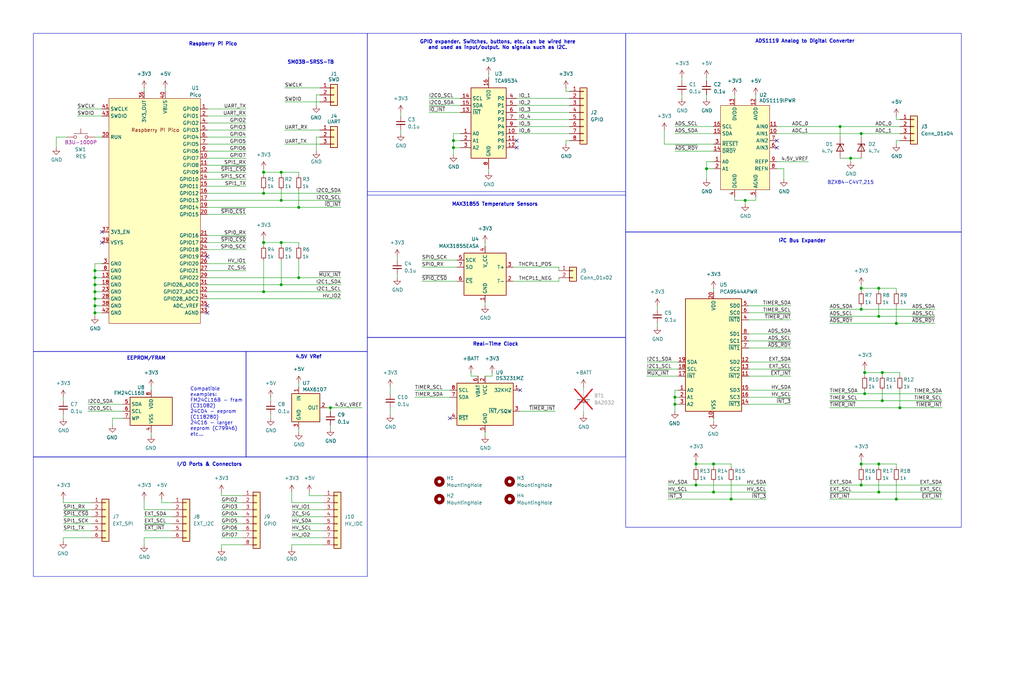
<source format=kicad_sch>
(kicad_sch (version 20231120) (generator "eeschema") (generator_version "8.0")
  (paper "User" 370 250)
  (title_block (title "Axis Control PCB") (date "2024-09-07") (rev "1") (comment 1 "Author: Meigs2"))
  (junction (at 101.6 87.63))
  (junction (at 323.85 180.34))
  (junction (at 312.42 134.62))
  (junction (at 269.24 72.39))
  (junction (at 317.5 114.3))
  (junction (at 311.15 175.26))
  (junction (at 317.5 167.64))
  (junction (at 163.83 50.8))
  (junction (at 95.25 69.85))
  (junction (at 34.29 110.49))
  (junction (at 303.53 45.72))
  (junction (at 317.5 177.8))
  (junction (at 107.95 74.93))
  (junction (at 251.46 167.64))
  (junction (at 95.25 87.63))
  (junction (at 34.29 97.79))
  (junction (at 318.77 144.78))
  (junction (at 101.6 62.23))
  (junction (at 311.15 167.64))
  (junction (at 243.84 146.05))
  (junction (at 312.42 142.24))
  (junction (at 325.12 147.32))
  (junction (at 251.46 175.26))
  (junction (at 323.85 116.84))
  (junction (at 34.29 107.95))
  (junction (at 307.34 57.15))
  (junction (at 107.95 100.33))
  (junction (at 317.5 104.14))
  (junction (at 311.15 48.26))
  (junction (at 311.15 104.14))
  (junction (at 264.16 180.34))
  (junction (at 119.38 147.32))
  (junction (at 318.77 134.62))
  (junction (at 34.29 105.41))
  (junction (at 101.6 102.87))
  (junction (at 255.27 60.96))
  (junction (at 34.29 100.33))
  (junction (at 257.81 177.8))
  (junction (at 257.81 167.64))
  (junction (at 101.6 72.39))
  (junction (at 311.15 111.76))
  (junction (at 243.84 143.51))
  (junction (at 34.29 113.03))
  (junction (at 34.29 102.87))
  (junction (at 95.25 62.23))
  (junction (at 163.83 53.34))
  (junction (at 95.25 105.41))
  (no_connect (at 74.93 92.71))
  (no_connect (at 280.67 53.34))
  (no_connect (at 36.83 83.82))
  (no_connect (at 280.67 50.8))
  (no_connect (at 186.69 53.34))
  (no_connect (at 74.93 113.03))
  (no_connect (at 36.83 87.63))
  (no_connect (at 162.56 151.13))
  (no_connect (at 186.69 50.8))
  (no_connect (at 187.96 140.97))
  (no_connect (at 74.93 110.49))
  (wire (pts (xy 34.29 49.53) (xy 36.83 49.53)))
  (wire (pts (xy 177.8 135.89) (xy 175.26 135.89)))
  (wire (pts (xy 285.75 120.65) (xy 270.51 120.65)))
  (wire (pts (xy 163.83 48.26) (xy 163.83 50.8)))
  (wire (pts (xy 245.11 143.51) (xy 243.84 143.51)))
  (wire (pts (xy 152.4 93.98) (xy 165.1 93.98)))
  (wire (pts (xy 311.15 168.91) (xy 311.15 167.64)))
  (wire (pts (xy 52.07 186.69) (xy 62.23 186.69)))
  (wire (pts (xy 152.4 101.6) (xy 165.1 101.6)))
  (wire (pts (xy 74.93 105.41) (xy 95.25 105.41)))
  (wire (pts (xy 255.27 60.96) (xy 255.27 64.77)))
  (wire (pts (xy 241.3 177.8) (xy 257.81 177.8)))
  (wire (pts (xy 74.93 54.61) (xy 88.9 54.61)))
  (wire (pts (xy 204.47 50.8) (xy 205.74 50.8)))
  (wire (pts (xy 87.63 189.23) (xy 80.01 189.23)))
  (wire (pts (xy 52.07 189.23) (xy 62.23 189.23)))
  (wire (pts (xy 114.3 34.29) (xy 115.57 34.29)))
  (wire (pts (xy 245.11 146.05) (xy 243.84 146.05)))
  (wire (pts (xy 318.77 134.62) (xy 318.77 135.89)))
  (wire (pts (xy 119.38 153.67) (xy 119.38 154.94)))
  (wire (pts (xy 105.41 184.15) (xy 116.84 184.15)))
  (wire (pts (xy 119.38 147.32) (xy 119.38 148.59)))
  (wire (pts (xy 105.41 194.31) (xy 116.84 194.31)))
  (wire (pts (xy 22.86 194.31) (xy 22.86 195.58)))
  (wire (pts (xy 299.72 144.78) (xy 318.77 144.78)))
  (wire (pts (xy 74.93 59.69) (xy 88.9 59.69)))
  (wire (pts (xy 241.3 175.26) (xy 251.46 175.26)))
  (wire (pts (xy 54.61 139.7) (xy 54.61 140.97)))
  (wire (pts (xy 74.93 62.23) (xy 88.9 62.23)))
  (wire (pts (xy 323.85 116.84) (xy 323.85 110.49)))
  (wire (pts (xy 74.93 52.07) (xy 88.9 52.07)))
  (wire (pts (xy 80.01 196.85) (xy 80.01 198.12)))
  (wire (pts (xy 175.26 87.63) (xy 175.26 88.9)))
  (wire (pts (xy 299.72 142.24) (xy 312.42 142.24)))
  (wire (pts (xy 114.3 38.1) (xy 114.3 34.29)))
  (wire (pts (xy 105.41 191.77) (xy 116.84 191.77)))
  (wire (pts (xy 270.51 125.73) (xy 285.75 125.73)))
  (wire (pts (xy 323.85 168.91) (xy 323.85 167.64)))
  (wire (pts (xy 166.37 48.26) (xy 163.83 48.26)))
  (wire (pts (xy 257.81 177.8) (xy 276.86 177.8)))
  (wire (pts (xy 95.25 69.85) (xy 95.25 68.58)))
  (wire (pts (xy 95.25 69.85) (xy 123.19 69.85)))
  (wire (pts (xy 107.95 74.93) (xy 107.95 68.58)))
  (wire (pts (xy 87.63 181.61) (xy 80.01 181.61)))
  (wire (pts (xy 270.51 130.81) (xy 285.75 130.81)))
  (wire (pts (xy 34.29 107.95) (xy 34.29 110.49)))
  (wire (pts (xy 312.42 142.24) (xy 312.42 140.97)))
  (wire (pts (xy 311.15 105.41) (xy 311.15 104.14)))
  (wire (pts (xy 27.94 39.37) (xy 36.83 39.37)))
  (wire (pts (xy 74.93 41.91) (xy 88.9 41.91)))
  (wire (pts (xy 245.11 140.97) (xy 243.84 140.97)))
  (wire (pts (xy 95.25 86.36) (xy 95.25 87.63)))
  (wire (pts (xy 80.01 177.8) (xy 80.01 179.07)))
  (wire (pts (xy 154.94 40.64) (xy 166.37 40.64)))
  (wire (pts (xy 299.72 147.32) (xy 325.12 147.32)))
  (wire (pts (xy 34.29 100.33) (xy 36.83 100.33)))
  (wire (pts (xy 101.6 102.87) (xy 123.19 102.87)))
  (wire (pts (xy 246.38 34.29) (xy 246.38 35.56)))
  (wire (pts (xy 176.53 60.96) (xy 176.53 62.23)))
  (wire (pts (xy 74.93 67.31) (xy 88.9 67.31)))
  (wire (pts (xy 186.69 35.56) (xy 205.74 35.56)))
  (wire (pts (xy 251.46 167.64) (xy 257.81 167.64)))
  (wire (pts (xy 265.43 72.39) (xy 269.24 72.39)))
  (wire (pts (xy 170.18 135.89) (xy 172.72 135.89)))
  (wire (pts (xy 311.15 48.26) (xy 325.12 48.26)))
  (wire (pts (xy 311.15 175.26) (xy 311.15 173.99)))
  (wire (pts (xy 74.93 49.53) (xy 88.9 49.53)))
  (wire (pts (xy 204.47 33.02) (xy 205.74 33.02)))
  (wire (pts (xy 107.95 100.33) (xy 107.95 93.98)))
  (wire (pts (xy 149.86 143.51) (xy 162.56 143.51)))
  (wire (pts (xy 74.93 57.15) (xy 88.9 57.15)))
  (wire (pts (xy 318.77 144.78) (xy 318.77 140.97)))
  (wire (pts (xy 243.84 140.97) (xy 243.84 143.51)))
  (wire (pts (xy 251.46 166.37) (xy 251.46 167.64)))
  (wire (pts (xy 177.8 134.62) (xy 177.8 135.89)))
  (wire (pts (xy 237.49 116.84) (xy 237.49 118.11)))
  (wire (pts (xy 264.16 173.99) (xy 264.16 180.34)))
  (wire (pts (xy 102.87 31.75) (xy 115.57 31.75)))
  (wire (pts (xy 318.77 134.62) (xy 325.12 134.62)))
  (wire (pts (xy 204.47 52.07) (xy 204.47 50.8)))
  (wire (pts (xy 95.25 88.9) (xy 95.25 87.63)))
  (wire (pts (xy 74.93 72.39) (xy 101.6 72.39)))
  (wire (pts (xy 74.93 44.45) (xy 88.9 44.45)))
  (wire (pts (xy 107.95 88.9) (xy 107.95 87.63)))
  (wire (pts (xy 299.72 116.84) (xy 323.85 116.84)))
  (wire (pts (xy 255.27 34.29) (xy 255.27 35.56)))
  (wire (pts (xy 303.53 45.72) (xy 325.12 45.72)))
  (wire (pts (xy 311.15 167.64) (xy 317.5 167.64)))
  (wire (pts (xy 144.78 46.99) (xy 144.78 48.26)))
  (wire (pts (xy 101.6 87.63) (xy 107.95 87.63)))
  (wire (pts (xy 187.96 148.59) (xy 200.66 148.59)))
  (wire (pts (xy 186.69 38.1) (xy 205.74 38.1)))
  (wire (pts (xy 264.16 180.34) (xy 276.86 180.34)))
  (wire (pts (xy 299.72 180.34) (xy 323.85 180.34)))
  (wire (pts (xy 34.29 102.87) (xy 36.83 102.87)))
  (wire (pts (xy 269.24 73.66) (xy 269.24 72.39)))
  (wire (pts (xy 87.63 191.77) (xy 80.01 191.77)))
  (wire (pts (xy 74.93 107.95) (xy 123.19 107.95)))
  (wire (pts (xy 251.46 168.91) (xy 251.46 167.64)))
  (wire (pts (xy 243.84 45.72) (xy 257.81 45.72)))
  (wire (pts (xy 36.83 113.03) (xy 34.29 113.03)))
  (wire (pts (xy 273.05 72.39) (xy 269.24 72.39)))
  (wire (pts (xy 152.4 96.52) (xy 165.1 96.52)))
  (wire (pts (xy 52.07 194.31) (xy 52.07 196.85)))
  (wire (pts (xy 185.42 96.52) (xy 201.93 96.52)))
  (wire (pts (xy 101.6 87.63) (xy 101.6 88.9)))
  (wire (pts (xy 74.93 74.93) (xy 107.95 74.93)))
  (wire (pts (xy 240.03 52.07) (xy 240.03 46.99)))
  (wire (pts (xy 176.53 26.67) (xy 176.53 27.94)))
  (wire (pts (xy 257.81 60.96) (xy 255.27 60.96)))
  (wire (pts (xy 143.51 92.71) (xy 143.51 93.98)))
  (wire (pts (xy 20.32 49.53) (xy 20.32 53.34)))
  (wire (pts (xy 237.49 110.49) (xy 237.49 111.76)))
  (wire (pts (xy 273.05 71.12) (xy 273.05 72.39)))
  (wire (pts (xy 154.94 35.56) (xy 166.37 35.56)))
  (wire (pts (xy 105.41 181.61) (xy 116.84 181.61)))
  (wire (pts (xy 233.68 133.35) (xy 245.11 133.35)))
  (wire (pts (xy 31.75 148.59) (xy 44.45 148.59)))
  (wire (pts (xy 97.79 143.51) (xy 97.79 144.78)))
  (wire (pts (xy 44.45 151.13) (xy 40.64 151.13)))
  (wire (pts (xy 257.81 58.42) (xy 255.27 58.42)))
  (wire (pts (xy 95.25 63.5) (xy 95.25 62.23)))
  (wire (pts (xy 280.67 45.72) (xy 303.53 45.72)))
  (wire (pts (xy 74.93 100.33) (xy 107.95 100.33)))
  (wire (pts (xy 34.29 105.41) (xy 34.29 107.95)))
  (wire (pts (xy 312.42 135.89) (xy 312.42 134.62)))
  (wire (pts (xy 317.5 104.14) (xy 317.5 105.41)))
  (wire (pts (xy 325.12 147.32) (xy 325.12 140.97)))
  (wire (pts (xy 175.26 109.22) (xy 175.26 110.49)))
  (wire (pts (xy 31.75 146.05) (xy 44.45 146.05)))
  (wire (pts (xy 107.95 154.94) (xy 107.95 156.21)))
  (wire (pts (xy 52.07 184.15) (xy 62.23 184.15)))
  (wire (pts (xy 311.15 175.26) (xy 340.36 175.26)))
  (wire (pts (xy 243.84 48.26) (xy 257.81 48.26)))
  (wire (pts (xy 59.69 31.75) (xy 59.69 33.02)))
  (wire (pts (xy 311.15 102.87) (xy 311.15 104.14)))
  (wire (pts (xy 243.84 146.05) (xy 243.84 148.59)))
  (wire (pts (xy 36.83 95.25) (xy 34.29 95.25)))
  (wire (pts (xy 280.67 60.96) (xy 283.21 60.96)))
  (wire (pts (xy 299.72 175.26) (xy 311.15 175.26)))
  (wire (pts (xy 323.85 50.8) (xy 325.12 50.8)))
  (wire (pts (xy 105.41 177.8) (xy 105.41 181.61)))
  (wire (pts (xy 255.27 27.94) (xy 255.27 29.21)))
  (wire (pts (xy 265.43 34.29) (xy 265.43 35.56)))
  (wire (pts (xy 257.81 167.64) (xy 257.81 168.91)))
  (wire (pts (xy 107.95 138.43) (xy 107.95 139.7)))
  (wire (pts (xy 34.29 97.79) (xy 34.29 100.33)))
  (wire (pts (xy 105.41 189.23) (xy 116.84 189.23)))
  (wire (pts (xy 210.82 139.7) (xy 210.82 140.97)))
  (wire (pts (xy 22.86 180.34) (xy 22.86 181.61)))
  (wire (pts (xy 107.95 100.33) (xy 123.19 100.33)))
  (wire (pts (xy 105.41 186.69) (xy 116.84 186.69)))
  (wire (pts (xy 201.93 97.79) (xy 201.93 96.52)))
  (wire (pts (xy 311.15 111.76) (xy 311.15 110.49)))
  (wire (pts (xy 243.84 143.51) (xy 243.84 146.05)))
  (wire (pts (xy 144.78 40.64) (xy 144.78 41.91)))
  (wire (pts (xy 317.5 177.8) (xy 317.5 173.99)))
  (wire (pts (xy 280.67 48.26) (xy 311.15 48.26)))
  (wire (pts (xy 233.68 130.81) (xy 245.11 130.81)))
  (wire (pts (xy 307.34 57.15) (xy 311.15 57.15)))
  (wire (pts (xy 62.23 194.31) (xy 52.07 194.31)))
  (wire (pts (xy 80.01 179.07) (xy 87.63 179.07)))
  (wire (pts (xy 95.25 62.23) (xy 101.6 62.23)))
  (wire (pts (xy 311.15 104.14) (xy 317.5 104.14)))
  (wire (pts (xy 241.3 180.34) (xy 264.16 180.34)))
  (wire (pts (xy 265.43 71.12) (xy 265.43 72.39)))
  (wire (pts (xy 107.95 74.93) (xy 123.19 74.93)))
  (wire (pts (xy 143.51 99.06) (xy 143.51 100.33)))
  (wire (pts (xy 74.93 69.85) (xy 95.25 69.85)))
  (wire (pts (xy 299.72 111.76) (xy 311.15 111.76)))
  (wire (pts (xy 24.13 49.53) (xy 20.32 49.53)))
  (wire (pts (xy 87.63 194.31) (xy 80.01 194.31)))
  (wire (pts (xy 317.5 114.3) (xy 317.5 110.49)))
  (wire (pts (xy 119.38 147.32) (xy 130.81 147.32)))
  (wire (pts (xy 95.25 105.41) (xy 123.19 105.41)))
  (wire (pts (xy 140.97 147.32) (xy 140.97 149.86)))
  (wire (pts (xy 105.41 198.12) (xy 105.41 196.85)))
  (wire (pts (xy 285.75 140.97) (xy 270.51 140.97)))
  (wire (pts (xy 317.5 177.8) (xy 340.36 177.8)))
  (wire (pts (xy 27.94 41.91) (xy 36.83 41.91)))
  (wire (pts (xy 210.82 148.59) (xy 210.82 149.86)))
  (wire (pts (xy 34.29 100.33) (xy 34.29 102.87)))
  (wire (pts (xy 186.69 40.64) (xy 205.74 40.64)))
  (wire (pts (xy 22.86 143.51) (xy 22.86 144.78)))
  (wire (pts (xy 74.93 95.25) (xy 88.9 95.25)))
  (wire (pts (xy 74.93 87.63) (xy 88.9 87.63)))
  (wire (pts (xy 257.81 104.14) (xy 257.81 105.41)))
  (wire (pts (xy 312.42 133.35) (xy 312.42 134.62)))
  (wire (pts (xy 285.75 113.03) (xy 270.51 113.03)))
  (wire (pts (xy 270.51 133.35) (xy 285.75 133.35)))
  (wire (pts (xy 102.87 52.07) (xy 115.57 52.07)))
  (wire (pts (xy 255.27 58.42) (xy 255.27 60.96)))
  (wire (pts (xy 299.72 114.3) (xy 317.5 114.3)))
  (wire (pts (xy 251.46 175.26) (xy 251.46 173.99)))
  (wire (pts (xy 317.5 114.3) (xy 337.82 114.3)))
  (wire (pts (xy 87.63 196.85) (xy 80.01 196.85)))
  (wire (pts (xy 264.16 168.91) (xy 264.16 167.64)))
  (wire (pts (xy 34.29 110.49) (xy 34.29 113.03)))
  (wire (pts (xy 34.29 102.87) (xy 34.29 105.41)))
  (wire (pts (xy 240.03 52.07) (xy 257.81 52.07)))
  (wire (pts (xy 311.15 111.76) (xy 337.82 111.76)))
  (wire (pts (xy 140.97 139.7) (xy 140.97 142.24)))
  (wire (pts (xy 101.6 93.98) (xy 101.6 102.87)))
  (wire (pts (xy 186.69 43.18) (xy 205.74 43.18)))
  (wire (pts (xy 74.93 46.99) (xy 88.9 46.99)))
  (wire (pts (xy 101.6 72.39) (xy 123.19 72.39)))
  (wire (pts (xy 257.81 151.13) (xy 257.81 152.4)))
  (wire (pts (xy 323.85 105.41) (xy 323.85 104.14)))
  (wire (pts (xy 311.15 49.53) (xy 311.15 48.26)))
  (wire (pts (xy 74.93 102.87) (xy 101.6 102.87)))
  (wire (pts (xy 317.5 167.64) (xy 317.5 168.91)))
  (wire (pts (xy 87.63 184.15) (xy 80.01 184.15)))
  (wire (pts (xy 317.5 167.64) (xy 323.85 167.64)))
  (wire (pts (xy 22.86 191.77) (xy 33.02 191.77)))
  (wire (pts (xy 285.75 143.51) (xy 270.51 143.51)))
  (wire (pts (xy 251.46 175.26) (xy 276.86 175.26)))
  (wire (pts (xy 154.94 38.1) (xy 166.37 38.1)))
  (wire (pts (xy 323.85 180.34) (xy 340.36 180.34)))
  (wire (pts (xy 74.93 64.77) (xy 88.9 64.77)))
  (wire (pts (xy 74.93 39.37) (xy 88.9 39.37)))
  (wire (pts (xy 317.5 104.14) (xy 323.85 104.14)))
  (wire (pts (xy 273.05 34.29) (xy 273.05 35.56)))
  (wire (pts (xy 323.85 52.07) (xy 323.85 50.8)))
  (wire (pts (xy 58.42 180.34) (xy 58.42 181.61)))
  (wire (pts (xy 185.42 101.6) (xy 201.93 101.6)))
  (wire (pts (xy 52.07 180.34) (xy 52.07 184.15)))
  (wire (pts (xy 95.25 87.63) (xy 101.6 87.63)))
  (wire (pts (xy 325.12 135.89) (xy 325.12 134.62)))
  (wire (pts (xy 264.16 167.64) (xy 257.81 167.64)))
  (wire (pts (xy 34.29 110.49) (xy 36.83 110.49)))
  (wire (pts (xy 52.07 191.77) (xy 62.23 191.77)))
  (wire (pts (xy 118.11 147.32) (xy 119.38 147.32)))
  (wire (pts (xy 34.29 107.95) (xy 36.83 107.95)))
  (wire (pts (xy 163.83 53.34) (xy 163.83 55.88)))
  (wire (pts (xy 318.77 144.78) (xy 340.36 144.78)))
  (wire (pts (xy 311.15 166.37) (xy 311.15 167.64)))
  (wire (pts (xy 163.83 53.34) (xy 166.37 53.34)))
  (wire (pts (xy 34.29 95.25) (xy 34.29 97.79)))
  (wire (pts (xy 74.93 85.09) (xy 88.9 85.09)))
  (wire (pts (xy 175.26 156.21) (xy 175.26 157.48)))
  (wire (pts (xy 299.72 177.8) (xy 317.5 177.8)))
  (wire (pts (xy 323.85 116.84) (xy 337.82 116.84)))
  (wire (pts (xy 114.3 54.61) (xy 114.3 49.53)))
  (wire (pts (xy 101.6 72.39) (xy 101.6 68.58)))
  (wire (pts (xy 285.75 123.19) (xy 270.51 123.19)))
  (wire (pts (xy 22.86 189.23) (xy 33.02 189.23)))
  (wire (pts (xy 204.47 31.75) (xy 204.47 33.02)))
  (wire (pts (xy 52.07 31.75) (xy 52.07 33.02)))
  (wire (pts (xy 107.95 63.5) (xy 107.95 62.23)))
  (wire (pts (xy 201.93 100.33) (xy 201.93 101.6)))
  (wire (pts (xy 246.38 27.94) (xy 246.38 29.21)))
  (wire (pts (xy 166.37 50.8) (xy 163.83 50.8)))
  (wire (pts (xy 97.79 149.86) (xy 97.79 151.13)))
  (wire (pts (xy 87.63 186.69) (xy 80.01 186.69)))
  (wire (pts (xy 101.6 62.23) (xy 101.6 63.5)))
  (wire (pts (xy 95.25 60.96) (xy 95.25 62.23)))
  (wire (pts (xy 280.67 58.42) (xy 292.1 58.42)))
  (wire (pts (xy 323.85 43.18) (xy 325.12 43.18)))
  (wire (pts (xy 307.34 58.42) (xy 307.34 57.15)))
  (wire (pts (xy 34.29 105.41) (xy 36.83 105.41)))
  (wire (pts (xy 22.86 149.86) (xy 22.86 151.13)))
  (wire (pts (xy 170.18 134.62) (xy 170.18 135.89)))
  (wire (pts (xy 257.81 177.8) (xy 257.81 173.99)))
  (wire (pts (xy 283.21 60.96) (xy 283.21 64.77)))
  (wire (pts (xy 323.85 180.34) (xy 323.85 173.99)))
  (wire (pts (xy 22.86 184.15) (xy 33.02 184.15)))
  (wire (pts (xy 325.12 147.32) (xy 340.36 147.32)))
  (wire (pts (xy 323.85 43.18) (xy 323.85 41.91)))
  (wire (pts (xy 163.83 50.8) (xy 163.83 53.34)))
  (wire (pts (xy 303.53 57.15) (xy 307.34 57.15)))
  (wire (pts (xy 40.64 151.13) (xy 40.64 153.67)))
  (wire (pts (xy 270.51 135.89) (xy 285.75 135.89)))
  (wire (pts (xy 270.51 115.57) (xy 285.75 115.57)))
  (wire (pts (xy 58.42 181.61) (xy 62.23 181.61)))
  (wire (pts (xy 95.25 93.98) (xy 95.25 105.41)))
  (wire (pts (xy 101.6 62.23) (xy 107.95 62.23)))
  (wire (pts (xy 105.41 196.85) (xy 116.84 196.85)))
  (wire (pts (xy 186.69 45.72) (xy 205.74 45.72)))
  (wire (pts (xy 114.3 49.53) (xy 115.57 49.53)))
  (wire (pts (xy 74.93 90.17) (xy 88.9 90.17)))
  (wire (pts (xy 312.42 134.62) (xy 318.77 134.62)))
  (wire (pts (xy 74.93 97.79) (xy 88.9 97.79)))
  (wire (pts (xy 34.29 113.03) (xy 34.29 114.3)))
  (wire (pts (xy 186.69 48.26) (xy 205.74 48.26)))
  (wire (pts (xy 22.86 181.61) (xy 33.02 181.61)))
  (wire (pts (xy 34.29 97.79) (xy 36.83 97.79)))
  (wire (pts (xy 270.51 146.05) (xy 285.75 146.05)))
  (wire (pts (xy 102.87 36.83) (xy 115.57 36.83)))
  (wire (pts (xy 111.76 177.8) (xy 111.76 179.07)))
  (wire (pts (xy 303.53 45.72) (xy 303.53 49.53)))
  (wire (pts (xy 149.86 140.97) (xy 162.56 140.97)))
  (wire (pts (xy 243.84 54.61) (xy 257.81 54.61)))
  (wire (pts (xy 312.42 142.24) (xy 340.36 142.24)))
  (wire (pts (xy 33.02 194.31) (xy 22.86 194.31)))
  (wire (pts (xy 111.76 179.07) (xy 116.84 179.07)))
  (wire (pts (xy 285.75 110.49) (xy 270.51 110.49)))
  (wire (pts (xy 233.68 135.89) (xy 245.11 135.89)))
  (wire (pts (xy 102.87 46.99) (xy 115.57 46.99)))
  (wire (pts (xy 54.61 156.21) (xy 54.61 157.48)))
  (wire (pts (xy 22.86 186.69) (xy 33.02 186.69)))
  (wire (pts (xy 74.93 77.47) (xy 88.9 77.47)))
  (rectangle (start 226.06 12.065) (end 347.345 83.82))
  (rectangle (start 132.715 121.92) (end 226.06 165.1))
  (rectangle (start 132.715 12.065) (end 226.06 70.485))
  (rectangle (start 88.9 127) (end 132.715 165.1))
  (rectangle (start 12.065 165.1) (end 132.715 208.28))
  (rectangle (start 226.06 83.82) (end 347.345 190.5))
  (rectangle (start 12.065 12.065) (end 132.715 127))
  (rectangle (start 12.065 127) (end 88.9 165.1))
  (rectangle (start 132.715 69.215) (end 226.06 121.92))
  (text "BZX84-C4V7,215" (at 307.34 66.04 0) (effects (font (size 1.27 1.27))))
  (text "I^{2}C Bus Expander" (at 289.814 86.36 0) (effects (font (size 1.27 1.27) (thickness 0.254) (bold yes)) (justify top)))
  (text "I/O Ports & Connectors" (at 75.692 167.132 0) (effects (font (size 1.27 1.27) (thickness 0.254) (bold yes)) (justify top)))
  (text "Raspberry Pi Pico" (at 76.962 15.24 0) (effects (font (size 1.27 1.27) (thickness 0.254) (bold yes)) (justify top)))
  (text "Compatible\nexamples:\nFM24CL16B - fram\n(C31082)\n24C04 - eeprom\n(C118280)\n24C16 - larger\neeprom (C79946)\netc..." (at 68.707 157.734 0) (effects (font (size 1.27 1.27)) (justify left bottom)))
  (text "EEPROM/FRAM" (at 52.832 128.778 0) (effects (font (size 1.27 1.27) (thickness 0.254) (bold yes)) (justify top)))
  (text "ADS1119 Analog to Digital Converter" (at 290.83 14.224 0) (effects (font (size 1.27 1.27) (thickness 0.254) (bold yes)) (justify top)))
  (text "Real-Time Clock" (at 179.07 123.698 0) (effects (font (size 1.27 1.27) (thickness 0.254) (bold yes)) (justify top)))
  (text "MAX31855 Temperature Sensors" (at 178.816 73.152 0) (effects (font (size 1.27 1.27) (thickness 0.254) (bold yes)) (justify top)))
  (text "GPIO expander. Switches, buttons, etc. can be wired here\nand used as input/output. No signals such as I2C." (at 179.832 14.478 0) (effects (font (size 1.27 1.27) (thickness 0.254) (bold yes)) (justify top)))
  (text "4.5V VRef" (at 111.506 128.27 0) (effects (font (size 1.27 1.27) (thickness 0.254) (bold yes)) (justify top)))
  (text "SM03B-SRSS-TB" (at 112.268 21.844 0) (effects (font (size 1.27 1.27) (thickness 0.254) (bold yes)) (justify top)))
  (label "~{TIMER_INT}" (at 200.66 148.59 180))
  (label "HV_IO2" (at 123.19 107.95 180))
  (label "IO_2" (at 191.77 38.1 180))
  (label "IO_5" (at 191.77 45.72 180))
  (label "SPI1_RX" (at 22.86 184.15 0))
  (label "~{EXT_INT}" (at 340.36 180.34 180))
  (label "~{ADS_RDY}" (at 337.82 116.84 180))
  (label "ADS_SDA" (at 299.72 111.76 0))
  (label "SPI0_RX" (at 88.9 85.09 180))
  (label "4.5V_VREF" (at 292.1 58.42 180))
  (label "HV_SCL" (at 276.86 177.8 180))
  (label "SPI0_SCK" (at 152.4 93.98 0))
  (label "SPI1_TX" (at 22.86 191.77 0))
  (label "THCPL1_NEG" (at 199.39 101.6 180))
  (label "ADS_SDA" (at 337.82 111.76 180))
  (label "I2C0_SDA" (at 154.94 38.1 0))
  (label "~{ADS_RDY}" (at 299.72 116.84 0))
  (label "ADS_SDA" (at 243.84 48.26 0))
  (label "~{SPI0_CS0}" (at 152.4 101.6 0))
  (label "~{ADS_RDY}" (at 285.75 125.73 180))
  (label "I2C1_SDA" (at 233.68 130.81 0))
  (label "SPI1_RX" (at 88.9 59.69 180))
  (label "SWCLK" (at 27.94 39.37 0))
  (label "ADS_SCL" (at 243.84 45.72 0))
  (label "GPIO5" (at 88.9 52.07 180))
  (label "GPIO7" (at 80.01 194.31 0))
  (label "~{MUX_INT}" (at 233.68 135.89 0))
  (label "EXT_SDA" (at 52.07 186.69 0))
  (label "GPIO4" (at 80.01 186.69 0))
  (label "SPI0_SCK" (at 88.9 90.17 180))
  (label "HV_SCL" (at 105.41 191.77 0))
  (label "ADC_0" (at 316.23 45.72 0))
  (label "~{ADS_RDY}" (at 243.84 54.61 0))
  (label "I2C0_SCL" (at 154.94 35.56 0))
  (label "IO_6" (at 191.77 48.26 180))
  (label "HV_SDA" (at 276.86 175.26 180))
  (label "~{TIMER_INT}" (at 340.36 147.32 180))
  (label "SWDIO" (at 102.87 36.83 0))
  (label "GPIO7" (at 88.9 57.15 180))
  (label "ADS_SCL" (at 337.82 114.3 180))
  (label "GPIO6" (at 88.9 54.61 180))
  (label "HV_SDA" (at 241.3 175.26 0))
  (label "~{SPI1_CS0}" (at 88.9 62.23 180))
  (label "~{IO_INT}" (at 154.94 40.64 0))
  (label "GPIO5" (at 80.01 189.23 0))
  (label "EXT_SCL" (at 299.72 177.8 0))
  (label "TIMER_SDA" (at 285.75 110.49 180))
  (label "IO_4" (at 191.77 43.18 180))
  (label "GPIO4" (at 88.9 49.53 180))
  (label "TIMER_SCL" (at 340.36 144.78 180))
  (label "~{INT_3}" (at 285.75 146.05 180))
  (label "IO_1" (at 191.77 35.56 180))
  (label "HV_SCL" (at 241.3 177.8 0))
  (label "TIMER_SCL" (at 285.75 113.03 180))
  (label "~{IO_INT}" (at 123.19 74.93 180))
  (label "~{INT_3}" (at 276.86 180.34 180))
  (label "~{INT_3}" (at 241.3 180.34 0))
  (label "UART_TX" (at 102.87 52.07 0))
  (label "ADS_SCL" (at 299.72 114.3 0))
  (label "~{SPI1_CS0}" (at 22.86 186.69 0))
  (label "4.5V_VREF" (at 130.81 147.32 180))
  (label "I2C0_SDA" (at 123.19 69.85 180))
  (label "ADS_SCL" (at 285.75 123.19 180))
  (label "EXT_SCL" (at 285.75 133.35 180))
  (label "ADS_SDA" (at 285.75 120.65 180))
  (label "SPI1_TX" (at 88.9 67.31 180))
  (label "I2C0_SCL" (at 123.19 72.39 180))
  (label "UART_RX" (at 102.87 46.99 0))
  (label "~{SPI0_CS0}" (at 88.9 87.63 180))
  (label "I2C1_SCL" (at 233.68 133.35 0))
  (label "~{EXT_INT}" (at 52.07 191.77 0))
  (label "IO_3" (at 191.77 40.64 180))
  (label "HV_SCL" (at 285.75 143.51 180))
  (label "SPI1_SCK" (at 88.9 64.77 180))
  (label "I2C1_SDA" (at 123.19 102.87 180))
  (label "SWDIO" (at 27.94 41.91 0))
  (label "TIMER_SDA" (at 299.72 142.24 0))
  (label "HV_SDA" (at 105.41 189.23 0))
  (label "HV_IO2" (at 105.41 194.31 0))
  (label "EXT_SCL" (at 340.36 177.8 180))
  (label "ADC_0" (at 292.1 45.72 180))
  (label "TIMER_SDA" (at 340.36 142.24 180))
  (label "~{TIMER_INT}" (at 299.72 147.32 0))
  (label "GPIO2" (at 88.9 44.45 180))
  (label "~{SPI0_CS1}" (at 88.9 77.47 180))
  (label "I2C0_SCL" (at 31.75 148.59 0))
  (label "I2C1_SCL" (at 123.19 105.41 180))
  (label "~{TIMER_INT}" (at 285.75 115.57 180))
  (label "EXT_SDA" (at 340.36 175.26 180))
  (label "HV_IO1" (at 105.41 184.15 0))
  (label "ZC_SIG" (at 105.41 186.69 0))
  (label "GPIO3" (at 80.01 184.15 0))
  (label "GPIO6" (at 80.01 191.77 0))
  (label "ADC_1" (at 316.23 48.26 0))
  (label "EXT_SCL" (at 52.07 189.23 0))
  (label "SPI1_SCK" (at 22.86 189.23 0))
  (label "TIMER_SCL" (at 149.86 140.97 0))
  (label "ADC_1" (at 292.1 48.26 180))
  (label "HV_SDA" (at 285.75 140.97 180))
  (label "~{EXT_INT}" (at 299.72 180.34 0))
  (label "~{EXT_INT}" (at 285.75 135.89 180))
  (label "EXT_SDA" (at 285.75 130.81 180))
  (label "THCPL1_POS" (at 199.39 96.52 180))
  (label "TIMER_SDA" (at 149.86 143.51 0))
  (label "~{MUX_INT}" (at 123.19 100.33 180))
  (label "SPI0_RX" (at 152.4 96.52 0))
  (label "HV_IO1" (at 88.9 95.25 180))
  (label "EXT_SDA" (at 299.72 175.26 0))
  (label "ZC_SIG" (at 88.9 97.79 180))
  (label "GPIO3" (at 88.9 46.99 180))
  (label "I2C0_SDA" (at 31.75 146.05 0))
  (label "TIMER_SCL" (at 299.72 144.78 0))
  (label "GPIO2" (at 80.01 181.61 0))
  (label "UART_TX" (at 88.9 39.37 180))
  (label "UART_RX" (at 88.9 41.91 180))
  (label "SWCLK" (at 102.87 31.75 0))
  (symbol (lib_id "power:GND") (at 243.84 148.59 0) (mirror y) (unit 1)
    (property "Reference" "#PWR045" (effects (hide yes)))
    (property "Value" "GND" (at 243.713 152.9842 0))
  )
  (symbol (lib_id "power:+5V") (at 111.76 177.8 0) (unit 1)
    (property "Reference" "#PWR058" (effects (hide yes)))
    (property "Value" "+5V" (at 111.76 172.72 0))
    (property "Description" "Power symbol creates a global label with name \"+5V\"" (effects (hide yes)))
  )
  (symbol (lib_id "Device:C_Small") (at 22.86 147.32 0) (unit 1)
    (property "Reference" "C7" (at 25.4 146.0562 0) (effects (justify left)))
    (property "Value" "0.1u" (at 25.4 148.5962 0) (effects (justify left)))
    (property "Footprint" "Capacitor_SMD:C_0402_1005Metric" (effects (hide yes)))
    (property "Description" "Unpolarized capacitor, small symbol" (effects (hide yes)))
  )
  (symbol (lib_id "Device:C_Small") (at 237.49 114.3 0) (unit 1)
    (property "Reference" "C5" (at 240.03 113.0362 0) (effects (justify left)))
    (property "Value" "0.1u" (at 240.03 115.5762 0) (effects (justify left)))
    (property "Footprint" "Capacitor_SMD:C_0402_1005Metric" (effects (hide yes)))
    (property "Description" "Unpolarized capacitor, small symbol" (effects (hide yes)))
  )
  (symbol (lib_id "Device:C_Small") (at 255.27 31.75 0) (unit 1)
    (property "Reference" "C2" (at 257.81 30.4862 0) (effects (justify left)))
    (property "Value" "0.1u" (at 257.81 33.0262 0) (effects (justify left)))
    (property "Footprint" "Capacitor_SMD:C_0402_1005Metric" (effects (hide yes)))
    (property "Description" "Unpolarized capacitor, small symbol" (effects (hide yes)))
  )
  (symbol (lib_id "power:GND") (at 257.81 152.4 0) (mirror y) (unit 1)
    (property "Reference" "#PWR048" (effects (hide yes)))
    (property "Value" "GND" (at 257.683 156.7942 0))
  )
  (symbol (lib_id "Reference_Voltage:MAX6107") (at 110.49 147.32 0) (unit 1)
    (property "Reference" "U7" (at 112.014 138.43 0) (effects (justify right)))
    (property "Value" "MAX6107" (at 118.11 140.716 0) (effects (justify right)))
    (property "Footprint" "Package_TO_SOT_SMD:SOT-23" (effects (hide yes)))
    (property "Datasheet" "http://datasheets.maximintegrated.com/en/ds/MAX6100-MAX6107.pdf" (effects (hide yes)))
    (property "Description" "Low-dropout high current voltage reference, 4.500V, ±0.4% accuracy, SOT-23" (effects (hide yes)))
  )
  (symbol (lib_id "power:GND") (at 107.95 156.21 0) (unit 1)
    (property "Reference" "#PWR052" (effects (hide yes)))
    (property "Value" "GND" (at 108.077 160.6042 0))
  )
  (symbol (lib_id "power:GND") (at 175.26 157.48 0) (unit 1)
    (property "Reference" "#PWR072" (effects (hide yes)))
    (property "Value" "GND" (at 175.387 161.8742 0))
  )
  (symbol (lib_id "Device:Battery_Cell") (at 210.82 146.05 0) (unit 1) (dnp yes)
    (property "Reference" "BT1" (at 214.63 142.9384 0) (effects (justify left)))
    (property "Value" "BA2032" (at 214.63 145.4784 0) (effects (justify left)))
    (property "Datasheet" "https://www.digikey.com/en/products/detail/mpd-memory-protection-devices/BU2032SM-BT-GTR/2439521" (effects (hide yes)))
    (property "Description" "Single-cell battery" (effects (hide yes)))
  )
  (symbol (lib_name "+3V3_1") (lib_id "power:+3V3") (at 143.51 92.71 0) (unit 1)
    (property "Reference" "#PWR029" (effects (hide yes)))
    (property "Value" "+3V3" (at 143.51 87.63 0))
    (property "Description" "Power symbol creates a global label with name \"+3V3\"" (effects (hide yes)))
  )
  (symbol (lib_id "power:+BATT") (at 210.82 139.7 0) (unit 1)
    (property "Reference" "#PWR065" (effects (hide yes)))
    (property "Value" "+BATT" (at 210.82 134.62 0))
    (property "Description" "Power symbol creates a global label with name \"+BATT\"" (effects (hide yes)))
  )
  (symbol (lib_id "Device:R_Small") (at 318.77 138.43 0) (unit 1)
    (property "Reference" "R11" (at 320.04 137.16 0) (effects (justify left)))
    (property "Value" "1k" (at 320.04 139.7 0) (effects (justify left)))
    (property "Footprint" "Resistor_SMD:R_0402_1005Metric" (effects (hide yes)))
    (property "Description" "Resistor, small symbol" (effects (hide yes)))
  )
  (symbol (lib_id "Connector_Generic:Conn_01x06") (at 67.31 186.69 0) (unit 1)
    (property "Reference" "J8" (at 69.85 186.6899 0) (effects (justify left)))
    (property "Value" "EXT_I2C" (at 69.85 189.2299 0) (effects (justify left)))
    (property "Footprint" "Connector_PinHeader_2.54mm:PinHeader_1x06_P2.54mm_Vertical" (effects (hide yes)))
    (property "Description" "Generic connector, single row, 01x06, script generated (kicad-library-utils/schlib/autogen/connector/)" (effects (hide yes)))
  )
  (symbol (lib_id "power:GND") (at 20.32 53.34 0) (unit 1)
    (property "Reference" "#PWR017" (effects (hide yes)))
    (property "Value" "GND" (at 20.447 57.7342 0))
  )
  (symbol (lib_id "Device:R_Small") (at 312.42 138.43 0) (unit 1)
    (property "Reference" "R10" (at 313.69 137.16 0) (effects (justify left)))
    (property "Value" "1k" (at 313.69 139.7 0) (effects (justify left)))
    (property "Footprint" "Resistor_SMD:R_0402_1005Metric" (effects (hide yes)))
    (property "Description" "Resistor, small symbol" (effects (hide yes)))
  )
  (symbol (lib_id "Device:R_Small") (at 311.15 171.45 0) (unit 1)
    (property "Reference" "R16" (at 312.42 170.18 0) (effects (justify left)))
    (property "Value" "1k" (at 312.42 172.72 0) (effects (justify left)))
    (property "Footprint" "Resistor_SMD:R_0402_1005Metric" (effects (hide yes)))
    (property "Description" "Resistor, small symbol" (effects (hide yes)))
  )
  (symbol (lib_id "Connector_Generic:Conn_01x06") (at 38.1 186.69 0) (unit 1)
    (property "Reference" "J7" (at 40.64 186.6899 0) (effects (justify left)))
    (property "Value" "EXT_SPI" (at 40.64 189.2299 0) (effects (justify left)))
    (property "Footprint" "Connector_PinHeader_2.54mm:PinHeader_1x06_P2.54mm_Vertical" (effects (hide yes)))
    (property "Description" "Generic connector, single row, 01x06, script generated (kicad-library-utils/schlib/autogen/connector/)" (effects (hide yes)))
  )
  (symbol (lib_id "power:GND") (at 140.97 149.86 0) (unit 1)
    (property "Reference" "#PWR066" (effects (hide yes)))
    (property "Value" "GND" (at 141.097 154.2542 0))
  )
  (symbol (lib_id "Device:C_Small") (at 246.38 31.75 0) (unit 1)
    (property "Reference" "C1" (at 248.92 30.4862 0) (effects (justify left)))
    (property "Value" "0.1u" (at 248.92 33.0262 0) (effects (justify left)))
    (property "Footprint" "Capacitor_SMD:C_0402_1005Metric" (effects (hide yes)))
    (property "Description" "Unpolarized capacitor, small symbol" (effects (hide yes)))
  )
  (symbol (lib_id "power:+5V") (at 97.79 143.51 0) (unit 1)
    (property "Reference" "#PWR043" (effects (hide yes)))
    (property "Value" "+5V" (at 97.79 138.43 0))
    (property "Description" "Power symbol creates a global label with name \"+5V\"" (effects (hide yes)))
  )
  (symbol (lib_id "power:+3V3") (at 54.61 139.7 0) (mirror y) (unit 1)
    (property "Reference" "#PWR041" (effects (hide yes)))
    (property "Value" "+3V3" (at 54.61 134.62 0))
  )
  (symbol (lib_name "+3V3_1") (lib_id "power:+3V3") (at 52.07 180.34 0) (unit 1)
    (property "Reference" "#PWR062" (effects (hide yes)))
    (property "Value" "+3V3" (at 52.07 175.26 0))
    (property "Description" "Power symbol creates a global label with name \"+3V3\"" (effects (hide yes)))
  )
  (symbol (lib_id "power:GND") (at 114.3 54.61 0) (unit 1)
    (property "Reference" "#PWR018" (effects (hide yes)))
    (property "Value" "GND" (at 114.3 58.42 0))
  )
  (symbol (lib_id "Device:R_Small") (at 107.95 91.44 0) (unit 1)
    (property "Reference" "R6" (at 109.22 90.17 0) (effects (justify left)))
    (property "Value" "1k" (at 109.22 92.71 0) (effects (justify left)))
    (property "Footprint" "Resistor_SMD:R_0402_1005Metric" (effects (hide yes)))
    (property "Description" "Resistor, small symbol" (effects (hide yes)))
  )
  (symbol (lib_id "power:GND") (at 22.86 151.13 0) (unit 1)
    (property "Reference" "#PWR046" (effects (hide yes)))
    (property "Value" "GND" (at 22.987 155.5242 0))
  )
  (symbol (lib_id "Mechanical:MountingHole") (at 158.75 180.34 0) (unit 1) (exclude_from_sim yes) (in_bom no)
    (property "Reference" "H2" (at 161.29 179.0699 0) (effects (justify left)))
    (property "Value" "MountingHole" (at 161.29 181.6099 0) (effects (justify left)))
    (property "Footprint" "MountingHole:MountingHole_2.7mm_M2.5" (effects (hide yes)))
    (property "Description" "Mounting Hole without connection" (effects (hide yes)))
  )
  (symbol (lib_id "Device:R_Small") (at 251.46 171.45 0) (unit 1)
    (property "Reference" "R13" (at 252.73 170.18 0) (effects (justify left)))
    (property "Value" "1k" (at 252.73 172.72 0) (effects (justify left)))
    (property "Footprint" "Resistor_SMD:R_0402_1005Metric" (effects (hide yes)))
    (property "Description" "Resistor, small symbol" (effects (hide yes)))
  )
  (symbol (lib_id "Device:R_Small") (at 323.85 171.45 0) (unit 1)
    (property "Reference" "R18" (at 325.12 170.18 0) (effects (justify left)))
    (property "Value" "1k" (at 325.12 172.72 0) (effects (justify left)))
    (property "Footprint" "Resistor_SMD:R_0402_1005Metric" (effects (hide yes)))
    (property "Description" "Resistor, small symbol" (effects (hide yes)))
  )
  (symbol (lib_id "Connector_Generic:Conn_01x08") (at 92.71 186.69 0) (unit 1)
    (property "Reference" "J9" (at 95.25 186.6899 0) (effects (justify left)))
    (property "Value" "GPIO" (at 95.25 189.2299 0) (effects (justify left)))
    (property "Footprint" "Connector_PinHeader_2.54mm:PinHeader_1x08_P2.54mm_Vertical" (effects (hide yes)))
    (property "Description" "Generic connector, single row, 01x08, script generated (kicad-library-utils/schlib/autogen/connector/)" (effects (hide yes)))
  )
  (symbol (lib_name "+3V3_1") (lib_id "power:+3V3") (at 105.41 177.8 0) (unit 1)
    (property "Reference" "#PWR057" (effects (hide yes)))
    (property "Value" "+3V3" (at 105.41 172.72 0))
    (property "Description" "Power symbol creates a global label with name \"+3V3\"" (effects (hide yes)))
  )
  (symbol (lib_name "+3V3_1") (lib_id "power:+3V3") (at 22.86 143.51 0) (unit 1)
    (property "Reference" "#PWR042" (effects (hide yes)))
    (property "Value" "+3V3" (at 22.86 138.43 0))
    (property "Description" "Power symbol creates a global label with name \"+3V3\"" (effects (hide yes)))
  )
  (symbol (lib_id "power:GND") (at 144.78 48.26 0) (unit 1)
    (property "Reference" "#PWR015" (effects (hide yes)))
    (property "Value" "GND" (at 144.907 52.6542 0))
  )
  (symbol (lib_id "power:+5V") (at 58.42 180.34 0) (unit 1)
    (property "Reference" "#PWR063" (effects (hide yes)))
    (property "Value" "+5V" (at 58.42 175.26 0))
    (property "Description" "Power symbol creates a global label with name \"+5V\"" (effects (hide yes)))
  )
  (symbol (lib_id "Device:R_Small") (at 95.25 66.04 0) (unit 1)
    (property "Reference" "R1" (at 96.52 64.77 0) (effects (justify left)))
    (property "Value" "1k" (at 96.52 67.31 0) (effects (justify left)))
    (property "Footprint" "Resistor_SMD:R_0402_1005Metric" (effects (hide yes)))
    (property "Description" "Resistor, small symbol" (effects (hide yes)))
  )
  (symbol (lib_id "Device:R_Small") (at 317.5 171.45 0) (unit 1)
    (property "Reference" "R17" (at 318.77 170.18 0) (effects (justify left)))
    (property "Value" "1k" (at 318.77 172.72 0) (effects (justify left)))
    (property "Footprint" "Resistor_SMD:R_0402_1005Metric" (effects (hide yes)))
    (property "Description" "Resistor, small symbol" (effects (hide yes)))
  )
  (symbol (lib_id "Device:C_Small") (at 119.38 151.13 0) (unit 1)
    (property "Reference" "C9" (at 121.92 149.8662 0) (effects (justify left)))
    (property "Value" "0.1u" (at 121.92 152.4062 0) (effects (justify left)))
    (property "Footprint" "Capacitor_SMD:C_0402_1005Metric" (effects (hide yes)))
    (property "Description" "Unpolarized capacitor, small symbol" (effects (hide yes)))
  )
  (symbol (lib_id "Sensor_Temperature:MAX31855EASA") (at 175.26 99.06 0) (mirror y) (unit 1)
    (property "Reference" "U4" (at 173.0659 86.36 0) (effects (justify left)))
    (property "Value" "MAX31855EASA" (at 173.0659 88.9 0) (effects (justify left)))
    (property "Footprint" "Package_SO:SOIC-8_3.9x4.9mm_P1.27mm" (effects (hide yes)))
    (property "Datasheet" "http://datasheets.maximintegrated.com/en/ds/MAX31855.pdf" (effects (hide yes)))
    (property "Description" "Cold Junction E-type Termocouple Interface, SPI, SO8" (effects (hide yes)))
  )
  (symbol (lib_id "Switch:SW_Push") (at 29.21 49.53 0) (unit 1)
    (property "Reference" "SW1" (at 31.115 53.975 0) (effects (justify right)))
    (property "Value" "RES" (at 31.115 56.515 0) (effects (justify right)))
    (property "Footprint" "Button_Switch_SMD:SW_SPST_B3U-1000P" (effects (hide yes)))
    (property "LCSC" "C231329" (effects (hide yes)))
    (property "P/N" "B3U-1000P" (at 29.21 51.435 0))
  )
  (symbol (lib_id "Device:R_Small") (at 257.81 171.45 0) (unit 1)
    (property "Reference" "R14" (at 259.08 170.18 0) (effects (justify left)))
    (property "Value" "1k" (at 259.08 172.72 0) (effects (justify left)))
    (property "Footprint" "Resistor_SMD:R_0402_1005Metric" (effects (hide yes)))
    (property "Description" "Resistor, small symbol" (effects (hide yes)))
  )
  (symbol (lib_id "Device:R_Small") (at 317.5 107.95 0) (unit 1)
    (property "Reference" "R8" (at 318.77 106.68 0) (effects (justify left)))
    (property "Value" "1k" (at 318.77 109.22 0) (effects (justify left)))
    (property "Footprint" "Resistor_SMD:R_0402_1005Metric" (effects (hide yes)))
    (property "Description" "Resistor, small symbol" (effects (hide yes)))
  )
  (symbol (lib_id "power:GND") (at 255.27 35.56 0) (unit 1)
    (property "Reference" "#PWR010" (effects (hide yes)))
    (property "Value" "GND" (at 255.397 39.9542 0))
  )
  (symbol (lib_id "power:GND") (at 22.86 195.58 0) (mirror y) (unit 1)
    (property "Reference" "#PWR068" (effects (hide yes)))
    (property "Value" "GND" (at 22.733 199.9742 0))
  )
  (symbol (lib_id "Timer_RTC:DS3231MZ") (at 175.26 146.05 0) (unit 1)
    (property "Reference" "U9" (at 179.07 134.62 0) (effects (justify left)))
    (property "Value" "DS3231MZ" (at 179.07 136.652 0) (effects (justify left)))
    (property "Footprint" "Package_SO:SOIC-8_3.9x4.9mm_P1.27mm" (effects (hide yes)))
    (property "Datasheet" "http://datasheets.maximintegrated.com/en/ds/DS3231M.pdf" (effects (hide yes)))
    (property "Description" "±5ppm, I2C Real-Time Clock SOIC-8" (effects (hide yes)))
  )
  (symbol (lib_id "power:GND") (at 105.41 198.12 0) (unit 1)
    (property "Reference" "#PWR071" (effects (hide yes)))
    (property "Value" "GND" (at 105.41 201.93 0))
  )
  (symbol (lib_id "Device:C_Small") (at 140.97 144.78 0) (unit 1)
    (property "Reference" "C10" (at 143.51 143.5162 0) (effects (justify left)))
    (property "Value" "0.1u" (at 143.51 146.0562 0) (effects (justify left)))
    (property "Footprint" "Capacitor_SMD:C_0402_1005Metric" (effects (hide yes)))
    (property "Description" "Unpolarized capacitor, small symbol" (effects (hide yes)))
  )
  (symbol (lib_id "Device:R_Small") (at 95.25 91.44 0) (unit 1)
    (property "Reference" "R4" (at 96.52 90.17 0) (effects (justify left)))
    (property "Value" "1k" (at 96.52 92.71 0) (effects (justify left)))
    (property "Footprint" "Resistor_SMD:R_0402_1005Metric" (effects (hide yes)))
    (property "Description" "Resistor, small symbol" (effects (hide yes)))
  )
  (symbol (lib_name "+3V3_1") (lib_id "power:+3V3") (at 265.43 34.29 0) (unit 1)
    (property "Reference" "#PWR07" (effects (hide yes)))
    (property "Value" "+3V3" (at 265.43 29.21 0))
    (property "Description" "Power symbol creates a global label with name \"+3V3\"" (effects (hide yes)))
  )
  (symbol (lib_id "power:+5V") (at 255.27 27.94 0) (unit 1)
    (property "Reference" "#PWR03" (effects (hide yes)))
    (property "Value" "+5V" (at 255.27 22.86 0))
    (property "Description" "Power symbol creates a global label with name \"+5V\"" (effects (hide yes)))
  )
  (symbol (lib_id "Device:C_Small") (at 97.79 147.32 0) (unit 1)
    (property "Reference" "C8" (at 100.33 146.0562 0) (effects (justify left)))
    (property "Value" "0.1u" (at 100.33 148.5962 0) (effects (justify left)))
    (property "Footprint" "Capacitor_SMD:C_0402_1005Metric" (effects (hide yes)))
    (property "Description" "Unpolarized capacitor, small symbol" (effects (hide yes)))
  )
  (symbol (lib_id "Device:C_Small") (at 144.78 44.45 0) (unit 1)
    (property "Reference" "C3" (at 147.32 43.1862 0) (effects (justify left)))
    (property "Value" "0.1u" (at 147.32 45.7262 0) (effects (justify left)))
    (property "Footprint" "Capacitor_SMD:C_0402_1005Metric" (effects (hide yes)))
    (property "Description" "Unpolarized capacitor, small symbol" (effects (hide yes)))
  )
  (symbol (lib_id "power:GND") (at 163.83 55.88 0) (unit 1)
    (property "Reference" "#PWR019" (effects (hide yes)))
    (property "Value" "GND" (at 163.957 60.2742 0))
  )
  (symbol (lib_name "+3V3_1") (lib_id "power:+3V3") (at 176.53 26.67 0) (unit 1)
    (property "Reference" "#PWR01" (effects (hide yes)))
    (property "Value" "+3V3" (at 176.53 21.59 0))
    (property "Description" "Power symbol creates a global label with name \"+3V3\"" (effects (hide yes)))
  )
  (symbol (lib_id "Project_Library:Pico") (at 55.88 77.47 0) (unit 1)
    (property "Reference" "U1" (at 70.612 31.75 0))
    (property "Value" "Pico" (at 70.612 34.29 0))
    (property "Footprint" "MCU_RaspberryPi_and_Boards:RPi_Pico_SMD_TH_No_Silkscreen" (effects (hide yes)))
  )
  (symbol (lib_name "+3V3_1") (lib_id "power:+3V3") (at 204.47 31.75 0) (unit 1)
    (property "Reference" "#PWR06" (effects (hide yes)))
    (property "Value" "+3V3" (at 204.47 26.67 0))
    (property "Description" "Power symbol creates a global label with name \"+3V3\"" (effects (hide yes)))
  )
  (symbol (lib_name "+3V3_1") (lib_id "power:+3V3") (at 22.86 180.34 0) (unit 1)
    (property "Reference" "#PWR061" (effects (hide yes)))
    (property "Value" "+3V3" (at 22.86 175.26 0))
    (property "Description" "Power symbol creates a global label with name \"+3V3\"" (effects (hide yes)))
  )
  (symbol (lib_id "power:+5V") (at 59.69 31.75 0) (unit 1)
    (property "Reference" "#PWR05" (effects (hide yes)))
    (property "Value" "+5V" (at 59.69 26.67 0))
    (property "Description" "Power symbol creates a global label with name \"+5V\"" (effects (hide yes)))
  )
  (symbol (lib_name "+3V3_1") (lib_id "power:+3V3") (at 246.38 27.94 0) (unit 1)
    (property "Reference" "#PWR02" (effects (hide yes)))
    (property "Value" "+3V3" (at 246.38 22.86 0))
    (property "Description" "Power symbol creates a global label with name \"+3V3\"" (effects (hide yes)))
  )
  (symbol (lib_id "Connector_Generic:Conn_01x04") (at 330.2 45.72 0) (unit 1)
    (property "Reference" "J3" (at 332.74 45.7199 0) (effects (justify left)))
    (property "Value" "Conn_01x04" (at 332.74 48.2599 0) (effects (justify left)))
    (property "Footprint" "TerminalBlock_Phoenix:TerminalBlock_Phoenix_MKDS-1,5-4-5.08_1x04_P5.08mm_Horizontal" (effects (hide yes)))
    (property "Description" "Generic connector, single row, 01x04, script generated (kicad-library-utils/schlib/autogen/connector/)" (effects (hide yes)))
  )
  (symbol (lib_id "power:GND") (at 237.49 118.11 0) (unit 1)
    (property "Reference" "#PWR036" (effects (hide yes)))
    (property "Value" "GND" (at 237.617 122.5042 0))
  )
  (symbol (lib_name "+3V3_1") (lib_id "power:+3V3") (at 80.01 177.8 0) (unit 1)
    (property "Reference" "#PWR056" (effects (hide yes)))
    (property "Value" "+3V3" (at 80.01 172.72 0))
    (property "Description" "Power symbol creates a global label with name \"+3V3\"" (effects (hide yes)))
  )
  (symbol (lib_id "power:GND") (at 176.53 62.23 0) (unit 1)
    (property "Reference" "#PWR023" (effects (hide yes)))
    (property "Value" "GND" (at 176.657 66.6242 0))
  )
  (symbol (lib_id "Device:D_Zener") (at 303.53 53.34 270) (unit 1)
    (property "Reference" "D1" (at 300.99 52.07 90) (effects (justify right)))
    (property "Value" "4.7v" (at 300.99 54.61 90) (effects (justify right)))
    (property "Footprint" "Package_TO_SOT_SMD:SOT-23" (effects (hide yes)))
    (property "Description" "Zener diode" (effects (hide yes)))
  )
  (symbol (lib_id "Device:R_Small") (at 107.95 66.04 0) (unit 1)
    (property "Reference" "R3" (at 109.22 64.77 0) (effects (justify left)))
    (property "Value" "1k" (at 109.22 67.31 0) (effects (justify left)))
    (property "Footprint" "Resistor_SMD:R_0402_1005Metric" (effects (hide yes)))
    (property "Description" "Resistor, small symbol" (effects (hide yes)))
  )
  (symbol (lib_id "power:GND") (at 210.82 149.86 0) (unit 1)
    (property "Reference" "#PWR067" (effects (hide yes)))
    (property "Value" "GND" (at 210.947 154.2542 0))
  )
  (symbol (lib_id "Device:C_Small") (at 143.51 96.52 0) (unit 1)
    (property "Reference" "C4" (at 146.05 95.2562 0) (effects (justify left)))
    (property "Value" "0.1u" (at 146.05 97.7962 0) (effects (justify left)))
    (property "Footprint" "Capacitor_SMD:C_0402_1005Metric" (effects (hide yes)))
    (property "Description" "Unpolarized capacitor, small symbol" (effects (hide yes)))
  )
  (symbol (lib_id "power:GND") (at 80.01 198.12 0) (unit 1)
    (property "Reference" "#PWR070" (effects (hide yes)))
    (property "Value" "GND" (at 80.01 201.93 0))
  )
  (symbol (lib_id "power:GND") (at 34.29 114.3 0) (unit 1)
    (property "Reference" "#PWR035" (effects (hide yes)))
    (property "Value" "GND" (at 34.417 118.6942 0))
  )
  (symbol (lib_id "power:GND") (at 97.79 151.13 0) (unit 1)
    (property "Reference" "#PWR047" (effects (hide yes)))
    (property "Value" "GND" (at 97.917 155.5242 0))
  )
  (symbol (lib_id "power:GND") (at 40.64 153.67 0) (mirror y) (unit 1)
    (property "Reference" "#PWR049" (effects (hide yes)))
    (property "Value" "GND" (at 40.513 158.0642 0))
  )
  (symbol (lib_name "+3V3_1") (lib_id "power:+3V3") (at 144.78 40.64 0) (unit 1)
    (property "Reference" "#PWR012" (effects (hide yes)))
    (property "Value" "+3V3" (at 144.78 35.56 0))
    (property "Description" "Power symbol creates a global label with name \"+3V3\"" (effects (hide yes)))
  )
  (symbol (lib_id "power:GND") (at 54.61 157.48 0) (mirror y) (unit 1)
    (property "Reference" "#PWR053" (effects (hide yes)))
    (property "Value" "GND" (at 54.483 161.8742 0))
  )
  (symbol (lib_id "power:GND") (at 307.34 58.42 0) (unit 1)
    (property "Reference" "#PWR021" (effects (hide yes)))
    (property "Value" "GND" (at 307.467 62.8142 0))
  )
  (symbol (lib_name "+3V3_1") (lib_id "power:+3V3") (at 251.46 166.37 0) (unit 1)
    (property "Reference" "#PWR054" (effects (hide yes)))
    (property "Value" "+3V3" (at 251.46 161.29 0))
    (property "Description" "Power symbol creates a global label with name \"+3V3\"" (effects (hide yes)))
  )
  (symbol (lib_name "+3V3_1") (lib_id "power:+3V3") (at 311.15 166.37 0) (unit 1)
    (property "Reference" "#PWR055" (effects (hide yes)))
    (property "Value" "+3V3" (at 311.15 161.29 0))
    (property "Description" "Power symbol creates a global label with name \"+3V3\"" (effects (hide yes)))
  )
  (symbol (lib_id "Device:R_Small") (at 264.16 171.45 0) (unit 1)
    (property "Reference" "R15" (at 265.43 170.18 0) (effects (justify left)))
    (property "Value" "1k" (at 265.43 172.72 0) (effects (justify left)))
    (property "Footprint" "Resistor_SMD:R_0402_1005Metric" (effects (hide yes)))
    (property "Description" "Resistor, small symbol" (effects (hide yes)))
  )
  (symbol (lib_id "Project_Library:ADS1119") (at 269.24 53.34 0) (unit 1)
    (property "Reference" "U2" (at 274.32 34.29 0) (effects (justify left)))
    (property "Value" "ADS1119IPWR" (at 274.32 36.322 0) (effects (justify left)))
    (property "Footprint" "Package_SO:TSSOP-16_4.4x5mm_P0.65mm" (effects (hide yes)))
    (property "Datasheet" "https://www.ti.com/lit/gpn/ads1119" (effects (hide yes)))
  )
  (symbol (lib_id "Connector_Generic:Conn_01x08") (at 121.92 186.69 0) (unit 1)
    (property "Reference" "J10" (at 124.46 186.6899 0) (effects (justify left)))
    (property "Value" "HV_IDC" (at 124.46 189.2299 0) (effects (justify left)))
    (property "Footprint" "Connector_IDC:IDC-Header_2x04_P2.54mm_Vertical" (effects (hide yes)))
    (property "Description" "Generic connector, single row, 01x08, script generated (kicad-library-utils/schlib/autogen/connector/)" (effects (hide yes)))
  )
  (symbol (lib_id "Device:R_Small") (at 325.12 138.43 0) (unit 1)
    (property "Reference" "R12" (at 326.39 137.16 0) (effects (justify left)))
    (property "Value" "1k" (at 326.39 139.7 0) (effects (justify left)))
    (property "Footprint" "Resistor_SMD:R_0402_1005Metric" (effects (hide yes)))
    (property "Description" "Resistor, small symbol" (effects (hide yes)))
  )
  (symbol (lib_id "Connector_Generic:Conn_01x08") (at 210.82 40.64 0) (unit 1)
    (property "Reference" "J2" (at 213.36 40.6399 0) (effects (justify left)))
    (property "Value" "GPIO" (at 213.36 43.1799 0) (effects (justify left)))
    (property "Footprint" "TerminalBlock_Phoenix:TerminalBlock_Phoenix_MKDS-1,5-8-5.08_1x08_P5.08mm_Horizontal" (effects (hide yes)))
    (property "Description" "Generic connector, single row, 01x08, script generated (kicad-library-utils/schlib/autogen/connector/)" (effects (hide yes)))
  )
  (symbol (lib_id "Mechanical:MountingHole") (at 184.15 173.99 0) (unit 1) (exclude_from_sim yes) (in_bom no)
    (property "Reference" "H3" (at 186.69 172.7199 0) (effects (justify left)))
    (property "Value" "MountingHole" (at 186.69 175.2599 0) (effects (justify left)))
    (property "Footprint" "MountingHole:MountingHole_2.7mm_M2.5" (effects (hide yes)))
    (property "Description" "Mounting Hole without connection" (effects (hide yes)))
  )
  (symbol (lib_id "power:+BATT") (at 170.18 134.62 0) (unit 1)
    (property "Reference" "#PWR059" (effects (hide yes)))
    (property "Value" "+BATT" (at 170.18 129.54 0))
    (property "Description" "Power symbol creates a global label with name \"+BATT\"" (effects (hide yes)))
  )
  (symbol (lib_name "+3V3_1") (lib_id "power:+3V3") (at 240.03 46.99 0) (unit 1)
    (property "Reference" "#PWR014" (effects (hide yes)))
    (property "Value" "+3V3" (at 240.03 41.91 0))
    (property "Description" "Power symbol creates a global label with name \"+3V3\"" (effects (hide yes)))
  )
  (symbol (lib_name "+3V3_1") (lib_id "power:+3V3") (at 52.07 31.75 0) (unit 1)
    (property "Reference" "#PWR04" (effects (hide yes)))
    (property "Value" "+3V3" (at 52.07 26.67 0))
    (property "Description" "Power symbol creates a global label with name \"+3V3\"" (effects (hide yes)))
  )
  (symbol (lib_id "Memory_NVRAM:FM24CL16B") (at 54.61 148.59 0) (mirror y) (unit 1)
    (property "Reference" "U8" (at 49.53 139.954 0) (effects (justify right)))
    (property "Value" "FM24CL16B" (at 41.148 141.986 0) (effects (justify right)))
    (property "Footprint" "Package_SO:SOIC-8_3.9x4.9mm_P1.27mm" (effects (hide yes)))
    (property "Datasheet" "https://www.infineon.com/dgdl/Infineon-FM24CL16B_16-Kbit_(2_K_8)_Serial_(I2C)_F-RAM-DataSheet-v13_00-EN.pdf?fileId=8ac78c8c7d0d8da4017d0ec99cb241e9" (effects (hide yes)))
    (property "LCSC" "C31082" (effects (hide yes)))
    (property "P/N" "FM24CL16B" (effects (hide yes)))
  )
  (symbol (lib_id "Interface_Expansion:TCA9534") (at 176.53 43.18 0) (unit 1)
    (property "Reference" "U3" (at 178.7241 26.67 0) (effects (justify left)))
    (property "Value" "TCA9534" (at 178.7241 29.21 0) (effects (justify left)))
    (property "Footprint" "Package_SO:TSSOP-16_4.4x5mm_P0.65mm" (effects (hide yes)))
    (property "Datasheet" "http://www.ti.com/lit/ds/symlink/tca9534.pdf" (effects (hide yes)))
    (property "Description" "8 Bit Port/Expander, I2C SMBUS, Interrupt output, TSSOP-16, SOIC-16" (effects (hide yes)))
  )
  (symbol (lib_name "+3V3_1") (lib_id "power:+3V3") (at 175.26 87.63 0) (unit 1)
    (property "Reference" "#PWR028" (effects (hide yes)))
    (property "Value" "+3V3" (at 175.26 82.55 0))
    (property "Description" "Power symbol creates a global label with name \"+3V3\"" (effects (hide yes)))
  )
  (symbol (lib_id "Device:R_Small") (at 323.85 107.95 0) (unit 1)
    (property "Reference" "R9" (at 325.12 106.68 0) (effects (justify left)))
    (property "Value" "1k" (at 325.12 109.22 0) (effects (justify left)))
    (property "Footprint" "Resistor_SMD:R_0402_1005Metric" (effects (hide yes)))
    (property "Description" "Resistor, small symbol" (effects (hide yes)))
  )
  (symbol (lib_name "+3V3_1") (lib_id "power:+3V3") (at 140.97 139.7 0) (unit 1)
    (property "Reference" "#PWR064" (effects (hide yes)))
    (property "Value" "+3V3" (at 140.97 134.62 0))
    (property "Description" "Power symbol creates a global label with name \"+3V3\"" (effects (hide yes)))
  )
  (symbol (lib_id "power:+5V") (at 323.85 41.91 0) (unit 1)
    (property "Reference" "#PWR013" (effects (hide yes)))
    (property "Value" "+5V" (at 323.85 36.83 0))
    (property "Description" "Power symbol creates a global label with name \"+5V\"" (effects (hide yes)))
  )
  (symbol (lib_name "+3V3_1") (lib_id "power:+3V3") (at 312.42 133.35 0) (unit 1)
    (property "Reference" "#PWR038" (effects (hide yes)))
    (property "Value" "+3V3" (at 312.42 128.27 0))
    (property "Description" "Power symbol creates a global label with name \"+3V3\"" (effects (hide yes)))
  )
  (symbol (lib_id "Connector_Generic:Conn_01x02") (at 207.01 97.79 0) (unit 1)
    (property "Reference" "J5" (at 209.55 97.7899 0) (effects (justify left)))
    (property "Value" "Conn_01x02" (at 209.55 100.3299 0) (effects (justify left)))
    (property "Footprint" "TerminalBlock_Phoenix:TerminalBlock_Phoenix_MKDS-1,5-2-5.08_1x02_P5.08mm_Horizontal" (effects (hide yes)))
    (property "Description" "Generic connector, single row, 01x02, script generated (kicad-library-utils/schlib/autogen/connector/)" (effects (hide yes)))
  )
  (symbol (lib_id "power:GND") (at 255.27 64.77 0) (unit 1)
    (property "Reference" "#PWR024" (effects (hide yes)))
    (property "Value" "GND" (at 255.397 69.1642 0))
  )
  (symbol (lib_id "power:GND") (at 246.38 35.56 0) (unit 1)
    (property "Reference" "#PWR09" (effects (hide yes)))
    (property "Value" "GND" (at 246.507 39.9542 0))
  )
  (symbol (lib_id "Device:R_Small") (at 311.15 107.95 0) (unit 1)
    (property "Reference" "R7" (at 312.42 106.68 0) (effects (justify left)))
    (property "Value" "1k" (at 312.42 109.22 0) (effects (justify left)))
    (property "Footprint" "Resistor_SMD:R_0402_1005Metric" (effects (hide yes)))
    (property "Description" "Resistor, small symbol" (effects (hide yes)))
  )
  (symbol (lib_id "power:GND") (at 175.26 110.49 0) (unit 1)
    (property "Reference" "#PWR033" (effects (hide yes)))
    (property "Value" "GND" (at 175.387 114.8842 0))
  )
  (symbol (lib_id "power:GND") (at 269.24 73.66 0) (unit 1)
    (property "Reference" "#PWR026" (effects (hide yes)))
    (property "Value" "GND" (at 269.367 78.0542 0))
  )
  (symbol (lib_id "power:GND") (at 204.47 52.07 0) (unit 1)
    (property "Reference" "#PWR020" (effects (hide yes)))
    (property "Value" "GND" (at 204.597 56.4642 0))
  )
  (symbol (lib_name "+3V3_1") (lib_id "power:+3V3") (at 257.81 104.14 0) (unit 1)
    (property "Reference" "#PWR032" (effects (hide yes)))
    (property "Value" "+3V3" (at 257.81 99.06 0))
    (property "Description" "Power symbol creates a global label with name \"+3V3\"" (effects (hide yes)))
  )
  (symbol (lib_name "+3V3_1") (lib_id "power:+3V3") (at 311.15 102.87 0) (unit 1)
    (property "Reference" "#PWR031" (effects (hide yes)))
    (property "Value" "+3V3" (at 311.15 97.79 0))
    (property "Description" "Power symbol creates a global label with name \"+3V3\"" (effects (hide yes)))
  )
  (symbol (lib_id "Connector_Generic:Conn_01x03") (at 120.65 34.29 0) (unit 1)
    (property "Reference" "J1" (at 120.65 26.67 0))
    (property "Value" "SWD" (at 120.65 28.702 0))
    (property "Footprint" "Connector_JST:JST_SH_SM03B-SRSS-TB_1x03-1MP_P1.00mm_Horizontal" (effects (hide yes)))
    (property "Description" "Generic connector, single row, 01x03, script generated (kicad-library-utils/schlib/autogen/connector/)" (effects (hide yes)))
  )
  (symbol (lib_id "power:GND") (at 323.85 52.07 0) (unit 1)
    (property "Reference" "#PWR016" (effects (hide yes)))
    (property "Value" "GND" (at 323.977 56.4642 0))
  )
  (symbol (lib_id "power:GND") (at 52.07 196.85 0) (unit 1)
    (property "Reference" "#PWR069" (effects (hide yes)))
    (property "Value" "GND" (at 52.197 201.2442 0))
  )
  (symbol (lib_id "Mechanical:MountingHole") (at 158.75 173.99 0) (unit 1) (exclude_from_sim yes) (in_bom no)
    (property "Reference" "H1" (at 161.29 172.7199 0) (effects (justify left)))
    (property "Value" "MountingHole" (at 161.29 175.2599 0) (effects (justify left)))
    (property "Footprint" "MountingHole:MountingHole_2.7mm_M2.5" (effects (hide yes)))
    (property "Description" "Mounting Hole without connection" (effects (hide yes)))
  )
  (symbol (lib_name "+3V3_1") (lib_id "power:+3V3") (at 95.25 86.36 0) (unit 1)
    (property "Reference" "#PWR027" (effects (hide yes)))
    (property "Value" "+3V3" (at 95.25 81.28 0))
    (property "Description" "Power symbol creates a global label with name \"+3V3\"" (effects (hide yes)))
  )
  (symbol (lib_name "+3V3_1") (lib_id "power:+3V3") (at 237.49 110.49 0) (unit 1)
    (property "Reference" "#PWR034" (effects (hide yes)))
    (property "Value" "+3V3" (at 237.49 105.41 0))
    (property "Description" "Power symbol creates a global label with name \"+3V3\"" (effects (hide yes)))
  )
  (symbol (lib_id "power:GND") (at 283.21 64.77 0) (unit 1)
    (property "Reference" "#PWR025" (effects (hide yes)))
    (property "Value" "GND" (at 283.337 69.1642 0))
  )
  (symbol (lib_id "power:GND") (at 119.38 154.94 0) (unit 1)
    (property "Reference" "#PWR051" (effects (hide yes)))
    (property "Value" "GND" (at 119.507 159.3342 0))
  )
  (symbol (lib_id "power:+5V") (at 273.05 34.29 0) (unit 1)
    (property "Reference" "#PWR08" (effects (hide yes)))
    (property "Value" "+5V" (at 273.05 29.21 0))
    (property "Description" "Power symbol creates a global label with name \"+5V\"" (effects (hide yes)))
  )
  (symbol (lib_id "Device:D_Zener") (at 311.15 53.34 270) (unit 1)
    (property "Reference" "D2" (at 313.69 52.0699 90) (effects (justify left)))
    (property "Value" "4.7v" (at 313.69 54.6099 90) (effects (justify left)))
    (property "Footprint" "Package_TO_SOT_SMD:SOT-23" (effects (hide yes)))
    (property "Description" "Zener diode" (effects (hide yes)))
  )
  (symbol (lib_name "+3V3_1") (lib_id "power:+3V3") (at 95.25 60.96 0) (unit 1)
    (property "Reference" "#PWR022" (effects (hide yes)))
    (property "Value" "+3V3" (at 95.25 55.88 0))
    (property "Description" "Power symbol creates a global label with name \"+3V3\"" (effects (hide yes)))
  )
  (symbol (lib_id "Device:R_Small") (at 101.6 91.44 0) (unit 1)
    (property "Reference" "R5" (at 102.87 90.17 0) (effects (justify left)))
    (property "Value" "1k" (at 102.87 92.71 0) (effects (justify left)))
    (property "Footprint" "Resistor_SMD:R_0402_1005Metric" (effects (hide yes)))
    (property "Description" "Resistor, small symbol" (effects (hide yes)))
  )
  (symbol (lib_id "Mechanical:MountingHole") (at 184.15 180.34 0) (unit 1) (exclude_from_sim yes) (in_bom no)
    (property "Reference" "H4" (at 186.69 179.0699 0) (effects (justify left)))
    (property "Value" "MountingHole" (at 186.69 181.6099 0) (effects (justify left)))
    (property "Footprint" "MountingHole:MountingHole_2.7mm_M2.5" (effects (hide yes)))
    (property "Description" "Mounting Hole without connection" (effects (hide yes)))
  )
  (symbol (lib_name "+3V3_1") (lib_id "power:+3V3") (at 177.8 134.62 0) (unit 1)
    (property "Reference" "#PWR060" (effects (hide yes)))
    (property "Value" "+3V3" (at 177.8 129.54 0))
    (property "Description" "Power symbol creates a global label with name \"+3V3\"" (effects (hide yes)))
  )
  (symbol (lib_id "Connector_Generic:Conn_01x03") (at 120.65 49.53 0) (unit 1)
    (property "Reference" "J4" (at 120.65 41.91 0))
    (property "Value" "UART" (at 120.65 43.942 0))
    (property "Footprint" "Connector_JST:JST_SH_SM03B-SRSS-TB_1x03-1MP_P1.00mm_Horizontal" (effects (hide yes)))
    (property "Description" "Generic connector, single row, 01x03, script generated (kicad-library-utils/schlib/autogen/connector/)" (effects (hide yes)))
  )
  (symbol (lib_id "power:GND") (at 114.3 38.1 0) (mirror y) (unit 1)
    (property "Reference" "#PWR011" (effects (hide yes)))
    (property "Value" "GND" (at 114.173 42.4942 0))
  )
  (symbol (lib_id "power:+5V") (at 107.95 138.43 0) (unit 1)
    (property "Reference" "#PWR040" (effects (hide yes)))
    (property "Value" "+5V" (at 107.95 133.35 0))
    (property "Description" "Power symbol creates a global label with name \"+5V\"" (effects (hide yes)))
  )
  (symbol (lib_id "power:GND") (at 143.51 100.33 0) (unit 1)
    (property "Reference" "#PWR030" (effects (hide yes)))
    (property "Value" "GND" (at 143.637 104.7242 0))
  )
  (symbol (lib_id "Device:R_Small") (at 101.6 66.04 0) (unit 1)
    (property "Reference" "R2" (at 102.87 64.77 0) (effects (justify left)))
    (property "Value" "1k" (at 102.87 67.31 0) (effects (justify left)))
    (property "Footprint" "Resistor_SMD:R_0402_1005Metric" (effects (hide yes)))
    (property "Description" "Resistor, small symbol" (effects (hide yes)))
  )
  (symbol (lib_id "Interface_Expansion:PCA9544APW") (at 257.81 128.27 0) (unit 1)
    (property "Reference" "U5" (at 260.0041 102.87 0) (effects (justify left)))
    (property "Value" "PCA9544APWR" (at 260.0041 105.41 0) (effects (justify left)))
    (property "Footprint" "Package_SO:TSSOP-20_4.4x6.5mm_P0.65mm" (effects (hide yes)))
    (property "Datasheet" "http://www.nxp.com/docs/en/data-sheet/PCA9544A.pdf" (effects (hide yes)))
    (property "Description" "4-channel I2C-bus multiplexer with interrupt logic, TSSOP-20" (effects (hide yes)))
  )
)
</source>
